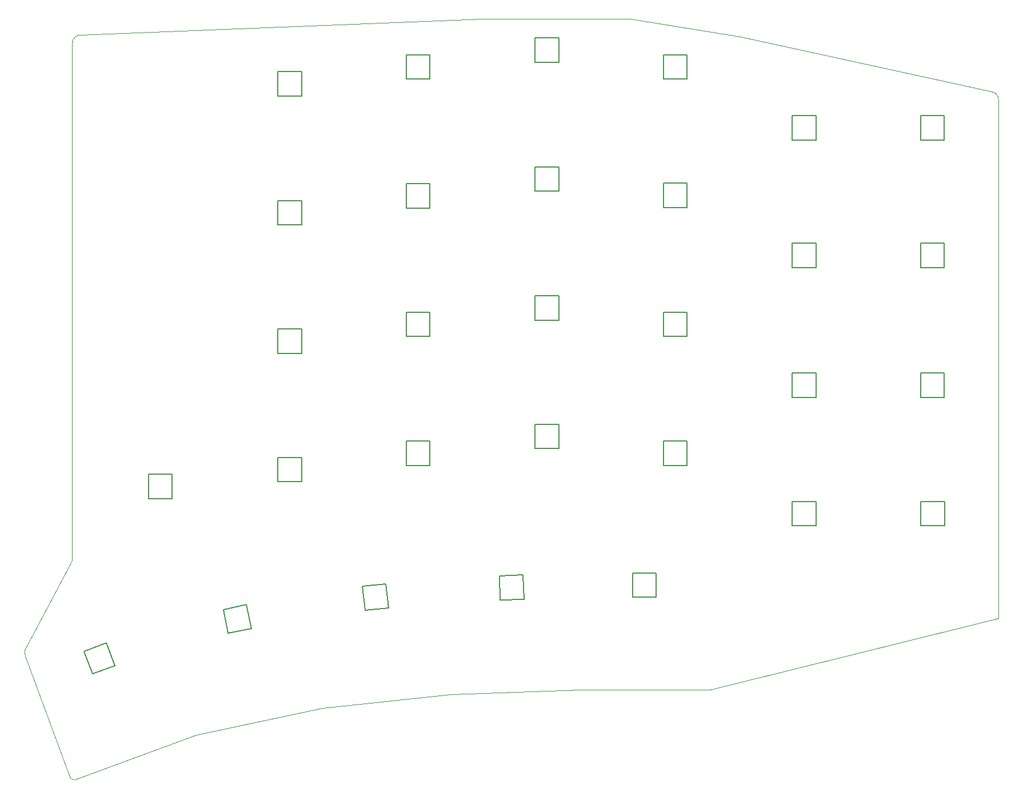
<source format=gm1>
G04 #@! TF.GenerationSoftware,KiCad,Pcbnew,(6.0.8)*
G04 #@! TF.CreationDate,2022-10-04T22:09:12+02:00*
G04 #@! TF.ProjectId,SofleKeyboard,536f666c-654b-4657-9962-6f6172642e6b,rev?*
G04 #@! TF.SameCoordinates,Original*
G04 #@! TF.FileFunction,Profile,NP*
%FSLAX46Y46*%
G04 Gerber Fmt 4.6, Leading zero omitted, Abs format (unit mm)*
G04 Created by KiCad (PCBNEW (6.0.8)) date 2022-10-04 22:09:12*
%MOMM*%
%LPD*%
G01*
G04 APERTURE LIST*
G04 #@! TA.AperFunction,Profile*
%ADD10C,0.100000*%
G04 #@! TD*
G04 #@! TA.AperFunction,Profile*
%ADD11C,0.150000*%
G04 #@! TD*
G04 APERTURE END LIST*
D10*
X225283881Y-46326846D02*
X225370281Y-46507711D01*
X87900000Y-147200000D02*
X81300000Y-129300000D01*
X187200000Y-37600000D02*
X224475441Y-45774185D01*
X88297257Y-38245261D02*
X88364377Y-38029014D01*
X225443181Y-46910941D02*
X225470181Y-123700000D01*
X88611259Y-37662831D02*
X88781752Y-37522160D01*
X225424381Y-46703610D02*
X225443181Y-46910941D01*
X88781752Y-37522160D02*
X88977436Y-37415945D01*
X225370281Y-46507711D02*
X225424381Y-46703610D01*
X81430000Y-127910000D02*
X88000000Y-115650000D01*
X88364377Y-38029014D02*
X88470590Y-37833327D01*
X88273857Y-38477435D02*
X88297257Y-38245261D01*
X224677111Y-45825815D02*
X224861871Y-45910505D01*
X224475441Y-45774185D02*
X224677111Y-45825815D01*
X88470590Y-37833327D02*
X88611259Y-37662831D01*
X163500000Y-134300000D02*
X182700000Y-134300000D01*
X149000000Y-35000000D02*
X89425853Y-37325405D01*
X88275257Y-114400000D02*
X88200000Y-115050000D01*
X81300000Y-129300000D02*
X81230000Y-128900000D01*
X81310000Y-128230000D02*
X81430000Y-127910000D01*
X81250000Y-128560000D02*
X81310000Y-128230000D01*
X88200000Y-115050000D02*
X88000000Y-115650000D01*
X81230000Y-128900000D02*
X81250000Y-128560000D01*
X225470181Y-123700000D02*
X182700000Y-134300000D01*
X88275257Y-114400000D02*
X88273857Y-38477435D01*
X225168321Y-46164621D02*
X225283881Y-46326846D01*
X224861871Y-45910505D02*
X225026621Y-46024639D01*
X149000000Y-35000000D02*
X170950000Y-35000000D01*
X88977436Y-37415945D02*
X89193680Y-37348815D01*
X89193680Y-37348815D02*
X89425853Y-37325405D01*
X225026621Y-46024639D02*
X225168321Y-46164621D01*
X106600000Y-141000000D02*
X88700000Y-147600000D01*
X125300000Y-137000000D02*
X144400000Y-135000000D01*
X87900058Y-147199979D02*
G75*
G03*
X88700000Y-147600000I609642J219279D01*
G01*
X106600000Y-141000000D02*
X125300000Y-137000000D01*
X170950000Y-35000000D02*
X187200000Y-37600000D01*
X144400000Y-135000000D02*
X163500000Y-134300000D01*
D11*
X122250000Y-46400000D02*
X122250000Y-42800000D01*
X118750000Y-46400000D02*
X118750000Y-42800000D01*
X122250000Y-46400000D02*
X118750000Y-46400000D01*
X118750000Y-42800000D02*
X122250000Y-42800000D01*
X137750000Y-43900000D02*
X137750000Y-40300000D01*
X141250000Y-43900000D02*
X141250000Y-40300000D01*
X141250000Y-43900000D02*
X137750000Y-43900000D01*
X137750000Y-40300000D02*
X141250000Y-40300000D01*
X160350000Y-41400000D02*
X160350000Y-37800000D01*
X156850000Y-41400000D02*
X156850000Y-37800000D01*
X156850000Y-37800000D02*
X160350000Y-37800000D01*
X160350000Y-41400000D02*
X156850000Y-41400000D01*
X179350000Y-43900000D02*
X175850000Y-43900000D01*
X179350000Y-43900000D02*
X179350000Y-40300000D01*
X175850000Y-43900000D02*
X175850000Y-40300000D01*
X175850000Y-40300000D02*
X179350000Y-40300000D01*
X198450000Y-52900000D02*
X194950000Y-52900000D01*
X198450000Y-52900000D02*
X198450000Y-49300000D01*
X194950000Y-49300000D02*
X198450000Y-49300000D01*
X194950000Y-52900000D02*
X194950000Y-49300000D01*
X118750000Y-61900000D02*
X122250000Y-61900000D01*
X122250000Y-65500000D02*
X122250000Y-61900000D01*
X118750000Y-65500000D02*
X118750000Y-61900000D01*
X122250000Y-65500000D02*
X118750000Y-65500000D01*
X141250000Y-63000000D02*
X141250000Y-59400000D01*
X137750000Y-63000000D02*
X137750000Y-59400000D01*
X141250000Y-63000000D02*
X137750000Y-63000000D01*
X137750000Y-59400000D02*
X141250000Y-59400000D01*
X160350000Y-60490000D02*
X160350000Y-56890000D01*
X156850000Y-60490000D02*
X156850000Y-56890000D01*
X160350000Y-60490000D02*
X156850000Y-60490000D01*
X156850000Y-56890000D02*
X160350000Y-56890000D01*
X179350000Y-62900000D02*
X179350000Y-59300000D01*
X179350000Y-62900000D02*
X175850000Y-62900000D01*
X175850000Y-59300000D02*
X179350000Y-59300000D01*
X175850000Y-62900000D02*
X175850000Y-59300000D01*
X198450000Y-71800000D02*
X194950000Y-71800000D01*
X194950000Y-71800000D02*
X194950000Y-68200000D01*
X198450000Y-71800000D02*
X198450000Y-68200000D01*
X194950000Y-68200000D02*
X198450000Y-68200000D01*
X217450000Y-71800000D02*
X217450000Y-68200000D01*
X213950000Y-68200000D02*
X217450000Y-68200000D01*
X213950000Y-71800000D02*
X213950000Y-68200000D01*
X217450000Y-71800000D02*
X213950000Y-71800000D01*
X122250000Y-84500000D02*
X122250000Y-80900000D01*
X122250000Y-84500000D02*
X118750000Y-84500000D01*
X118750000Y-84500000D02*
X118750000Y-80900000D01*
X118750000Y-80900000D02*
X122250000Y-80900000D01*
X141250000Y-82000000D02*
X141250000Y-78400000D01*
X141250000Y-82000000D02*
X137750000Y-82000000D01*
X137750000Y-82000000D02*
X137750000Y-78400000D01*
X137750000Y-78400000D02*
X141250000Y-78400000D01*
X156850000Y-75990000D02*
X160350000Y-75990000D01*
X160350000Y-79590000D02*
X156850000Y-79590000D01*
X160350000Y-79590000D02*
X160350000Y-75990000D01*
X156850000Y-79590000D02*
X156850000Y-75990000D01*
X175850000Y-78400000D02*
X179350000Y-78400000D01*
X179350000Y-82000000D02*
X175850000Y-82000000D01*
X175850000Y-82000000D02*
X175850000Y-78400000D01*
X179350000Y-82000000D02*
X179350000Y-78400000D01*
X198450000Y-91000000D02*
X198450000Y-87400000D01*
X198450000Y-91000000D02*
X194950000Y-91000000D01*
X194950000Y-91000000D02*
X194950000Y-87400000D01*
X194950000Y-87400000D02*
X198450000Y-87400000D01*
X217450000Y-91000000D02*
X217450000Y-87400000D01*
X213950000Y-91000000D02*
X213950000Y-87400000D01*
X213950000Y-87400000D02*
X217450000Y-87400000D01*
X217450000Y-91000000D02*
X213950000Y-91000000D01*
X122250000Y-103500000D02*
X118750000Y-103500000D01*
X118750000Y-99900000D02*
X122250000Y-99900000D01*
X122250000Y-103500000D02*
X122250000Y-99900000D01*
X118750000Y-103500000D02*
X118750000Y-99900000D01*
X137750000Y-97500000D02*
X141250000Y-97500000D01*
X141250000Y-101100000D02*
X137750000Y-101100000D01*
X137750000Y-101100000D02*
X137750000Y-97500000D01*
X141250000Y-101100000D02*
X141250000Y-97500000D01*
X160350000Y-98590000D02*
X156850000Y-98590000D01*
X160350000Y-98590000D02*
X160350000Y-94990000D01*
X156850000Y-98590000D02*
X156850000Y-94990000D01*
X156850000Y-94990000D02*
X160350000Y-94990000D01*
X175850000Y-97500000D02*
X179350000Y-97500000D01*
X179350000Y-101100000D02*
X175850000Y-101100000D01*
X175850000Y-101100000D02*
X175850000Y-97500000D01*
X179350000Y-101100000D02*
X179350000Y-97500000D01*
X194950000Y-110000000D02*
X194950000Y-106400000D01*
X198450000Y-110000000D02*
X198450000Y-106400000D01*
X198450000Y-110000000D02*
X194950000Y-110000000D01*
X194950000Y-106400000D02*
X198450000Y-106400000D01*
X214000000Y-110000000D02*
X214000000Y-106400000D01*
X214000000Y-106400000D02*
X217500000Y-106400000D01*
X217500000Y-110000000D02*
X214000000Y-110000000D01*
X217500000Y-110000000D02*
X217500000Y-106400000D01*
X90042993Y-128582748D02*
X93331917Y-127385678D01*
X91274265Y-131965642D02*
X90042993Y-128582748D01*
X94563190Y-130768571D02*
X93331917Y-127385678D01*
X94563190Y-130768571D02*
X91274265Y-131965642D01*
X131256982Y-118972367D02*
X134737808Y-118606518D01*
X135114111Y-122186796D02*
X134737808Y-118606518D01*
X131633284Y-122552646D02*
X131256982Y-118972367D01*
X135114111Y-122186796D02*
X131633284Y-122552646D01*
X155173296Y-120891119D02*
X151675428Y-121013267D01*
X151549790Y-117415460D02*
X155047658Y-117293312D01*
X151675428Y-121013267D02*
X151549790Y-117415460D01*
X155173296Y-120891119D02*
X155047658Y-117293312D01*
X174800000Y-120600000D02*
X174800000Y-117000000D01*
X174800000Y-120600000D02*
X171300000Y-120600000D01*
X171300000Y-120600000D02*
X171300000Y-117000000D01*
X171300000Y-117000000D02*
X174800000Y-117000000D01*
X114813276Y-125214823D02*
X111389760Y-125942514D01*
X111389760Y-125942514D02*
X110641278Y-122421183D01*
X114813276Y-125214823D02*
X114064794Y-121693492D01*
X110641278Y-122421183D02*
X114064794Y-121693492D01*
X213950000Y-49300000D02*
X217450000Y-49300000D01*
X213950000Y-52900000D02*
X213950000Y-49300000D01*
X217450000Y-52900000D02*
X217450000Y-49300000D01*
X217450000Y-52900000D02*
X213950000Y-52900000D01*
X99550000Y-102400000D02*
X103050000Y-102400000D01*
X103050000Y-106000000D02*
X99550000Y-106000000D01*
X103050000Y-106000000D02*
X103050000Y-102400000D01*
X99550000Y-106000000D02*
X99550000Y-102400000D01*
M02*

</source>
